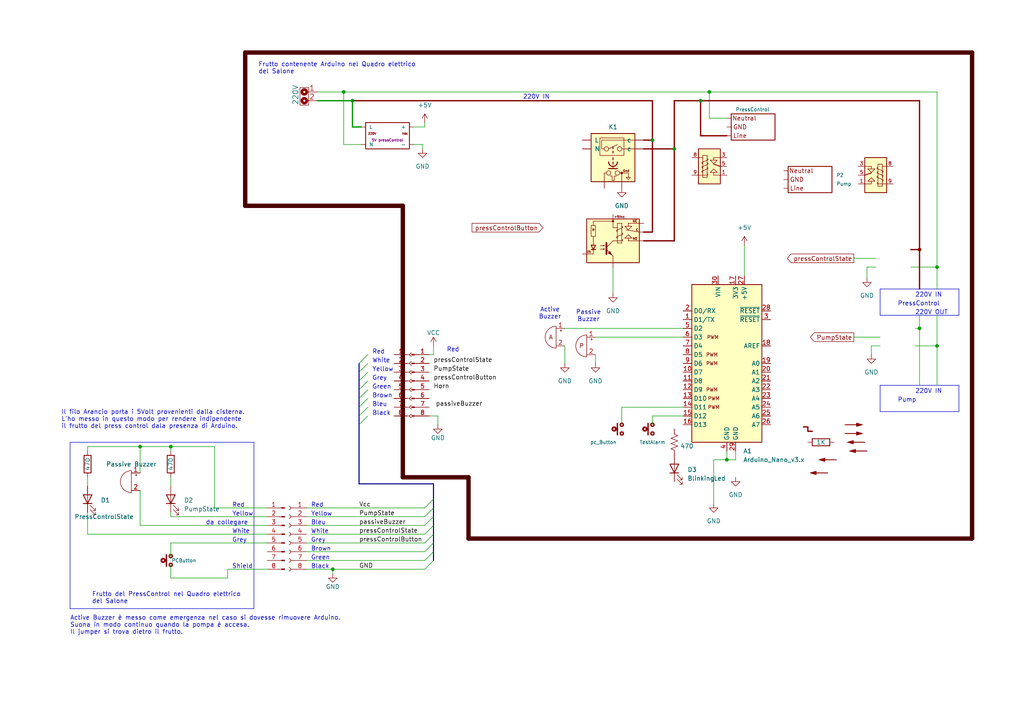
<source format=kicad_sch>
(kicad_sch (version 20231120) (generator "eeschema") (generator_version "8.0")
  (paper "A4")
  (title_block (title "Allarme per pompa cisterna") (date "2020-02-16") (rev "1.1") (comment 2 "Esaurito un determinato tempo Arduino provvede direttamente a spegnere la pompa") (comment 3 "Il tutto prosegue fino a che la pompa si spegne") (comment 4 "Quando la pompa si accende Arduino provvede ad emettere dei suoni "))
  (lib_symbols
    (symbol "Connector:Conn_01x08_Pin" (pin_names (offset 1.016) hide)
      (property "Reference" "J" (at 0 10.16 0))
      (property "Value" "Conn_01x08_Pin" (at 0 -12.7 0))
      (symbol "Conn_01x08_Pin_1_1"
        (polyline (pts (xy 1.27 -10.16) (xy 0.8636 -10.16)) (stroke (width 0.1524)))
        (polyline (pts (xy 1.27 -7.62) (xy 0.8636 -7.62)) (stroke (width 0.1524)))
        (polyline (pts (xy 1.27 -5.08) (xy 0.8636 -5.08)) (stroke (width 0.1524)))
        (polyline (pts (xy 1.27 -2.54) (xy 0.8636 -2.54)) (stroke (width 0.1524)))
        (polyline (pts (xy 1.27 0) (xy 0.8636 0)) (stroke (width 0.1524)))
        (polyline (pts (xy 1.27 2.54) (xy 0.8636 2.54)) (stroke (width 0.1524)))
        (polyline (pts (xy 1.27 5.08) (xy 0.8636 5.08)) (stroke (width 0.1524)))
        (polyline (pts (xy 1.27 7.62) (xy 0.8636 7.62)) (stroke (width 0.1524)))
        (rectangle (start 0.8636 -10.033) (end 0 -10.287) (stroke (width 0.1524)) (fill (type outline)))
        (rectangle (start 0.8636 -7.493) (end 0 -7.747) (stroke (width 0.1524)) (fill (type outline)))
        (rectangle (start 0.8636 -4.953) (end 0 -5.207) (stroke (width 0.1524)) (fill (type outline)))
        (rectangle (start 0.8636 -2.413) (end 0 -2.667) (stroke (width 0.1524)) (fill (type outline)))
        (rectangle (start 0.8636 0.127) (end 0 -0.127) (stroke (width 0.1524)) (fill (type outline)))
        (rectangle (start 0.8636 2.667) (end 0 2.413) (stroke (width 0.1524)) (fill (type outline)))
        (rectangle (start 0.8636 5.207) (end 0 4.953) (stroke (width 0.1524)) (fill (type outline)))
        (rectangle (start 0.8636 7.747) (end 0 7.493) (stroke (width 0.1524)) (fill (type outline)))
        (pin passive line (at 5.08 7.62 180) (length 3.81) (name "Pin_1") (number "1"))
        (pin passive line (at 5.08 5.08 180) (length 3.81) (name "Pin_2") (number "2"))
        (pin passive line (at 5.08 2.54 180) (length 3.81) (name "Pin_3") (number "3"))
        (pin passive line (at 5.08 0 180) (length 3.81) (name "Pin_4") (number "4"))
        (pin passive line (at 5.08 -2.54 180) (length 3.81) (name "Pin_5") (number "5"))
        (pin passive line (at 5.08 -5.08 180) (length 3.81) (name "Pin_6") (number "6"))
        (pin passive line (at 5.08 -7.62 180) (length 3.81) (name "Pin_7") (number "7"))
        (pin passive line (at 5.08 -10.16 180) (length 3.81) (name "Pin_8") (number "8"))
      )
    )
    (symbol "Connector:Conn_01x08_Socket" (pin_names (offset 1.016) hide)
      (property "Reference" "J" (at 0 10.16 0))
      (property "Value" "Conn_01x08_Socket" (at 0 -12.7 0))
      (symbol "Conn_01x08_Socket_1_1"
        (arc (start 0 -9.652) (mid -0.5058 -10.16) (end 0 -10.668) (stroke (width 0.1524)))
        (arc (start 0 -7.112) (mid -0.5058 -7.62) (end 0 -8.128) (stroke (width 0.1524)))
        (arc (start 0 -4.572) (mid -0.5058 -5.08) (end 0 -5.588) (stroke (width 0.1524)))
        (arc (start 0 -2.032) (mid -0.5058 -2.54) (end 0 -3.048) (stroke (width 0.1524)))
        (polyline (pts (xy -1.27 -10.16) (xy -0.508 -10.16)) (stroke (width 0.1524)))
        (polyline (pts (xy -1.27 -7.62) (xy -0.508 -7.62)) (stroke (width 0.1524)))
        (polyline (pts (xy -1.27 -5.08) (xy -0.508 -5.08)) (stroke (width 0.1524)))
        (polyline (pts (xy -1.27 -2.54) (xy -0.508 -2.54)) (stroke (width 0.1524)))
        (polyline (pts (xy -1.27 0) (xy -0.508 0)) (stroke (width 0.1524)))
        (polyline (pts (xy -1.27 2.54) (xy -0.508 2.54)) (stroke (width 0.1524)))
        (polyline (pts (xy -1.27 5.08) (xy -0.508 5.08)) (stroke (width 0.1524)))
        (polyline (pts (xy -1.27 7.62) (xy -0.508 7.62)) (stroke (width 0.1524)))
        (arc (start 0 0.508) (mid -0.5058 0) (end 0 -0.508) (stroke (width 0.1524)))
        (arc (start 0 3.048) (mid -0.5058 2.54) (end 0 2.032) (stroke (width 0.1524)))
        (arc (start 0 5.588) (mid -0.5058 5.08) (end 0 4.572) (stroke (width 0.1524)))
        (arc (start 0 8.128) (mid -0.5058 7.62) (end 0 7.112) (stroke (width 0.1524)))
        (pin passive line (at -5.08 7.62 0) (length 3.81) (name "Pin_1") (number "1"))
        (pin passive line (at -5.08 5.08 0) (length 3.81) (name "Pin_2") (number "2"))
        (pin passive line (at -5.08 2.54 0) (length 3.81) (name "Pin_3") (number "3"))
        (pin passive line (at -5.08 0 0) (length 3.81) (name "Pin_4") (number "4"))
        (pin passive line (at -5.08 -2.54 0) (length 3.81) (name "Pin_5") (number "5"))
        (pin passive line (at -5.08 -5.08 0) (length 3.81) (name "Pin_6") (number "6"))
        (pin passive line (at -5.08 -7.62 0) (length 3.81) (name "Pin_7") (number "7"))
        (pin passive line (at -5.08 -10.16 0) (length 3.81) (name "Pin_8") (number "8"))
      )
    )
    (symbol "Device:Buzzer" (pin_names (offset 0.0254) hide)
      (property "Reference" "BZ" (at 3.81 1.27 0))
      (property "Value" "Buzzer" (at 3.81 -1.27 0))
      (symbol "Buzzer_0_1"
        (arc (start 0 -3.175) (mid 3.1612 0) (end 0 3.175))
        (polyline (pts (xy -1.651 1.905) (xy -1.143 1.905)))
        (polyline (pts (xy -1.397 2.159) (xy -1.397 1.651)))
        (polyline (pts (xy 0 3.175) (xy 0 -3.175)))
      )
      (symbol "Buzzer_1_1"
        (pin passive line (at -2.54 2.54 0) (length 2.54) (name "-") (number "1"))
        (pin passive line (at -2.54 -2.54 0) (length 2.54) (name "+") (number "2"))
      )
    )
    (symbol "Device:LED" (pin_numbers hide) (pin_names (offset 1.016) hide)
      (property "Reference" "D" (at 0 2.54 0))
      (property "Value" "LED" (at 0 -2.54 0))
      (symbol "LED_0_1"
        (polyline (pts (xy -1.27 -1.27) (xy -1.27 1.27)) (stroke (width 0.254)))
        (polyline (pts (xy -1.27 0) (xy 1.27 0)))
        (polyline (pts (xy 1.27 -1.27) (xy 1.27 1.27) (xy -1.27 0) (xy 1.27 -1.27)) (stroke (width 0.254)))
        (polyline (pts (xy -3.048 -0.762) (xy -4.572 -2.286) (xy -3.81 -2.286) (xy -4.572 -2.286) (xy -4.572 -1.524)))
        (polyline (pts (xy -1.778 -0.762) (xy -3.302 -2.286) (xy -2.54 -2.286) (xy -3.302 -2.286) (xy -3.302 -1.524)))
      )
      (symbol "LED_1_1"
        (pin passive line (at -3.81 0 0) (length 2.54) (name "K") (number "1"))
        (pin passive line (at 3.81 0 180) (length 2.54) (name "A") (number "2"))
      )
    )
    (symbol "Device:R" (pin_numbers hide) (pin_names (offset 0))
      (property "Reference" "R" (at 2.032 0 90))
      (property "Value" "R" (at 0 0 90))
      (symbol "R_0_1"
        (rectangle (start -1.016 -2.54) (end 1.016 2.54) (stroke (width 0.254)))
      )
      (symbol "R_1_1"
        (pin passive line (at 0 3.81 270) (length 1.27) (name "~") (number "1"))
        (pin passive line (at 0 -3.81 90) (length 1.27) (name "~") (number "2"))
      )
    )
    (symbol "Device:R_US" (pin_numbers hide) (pin_names (offset 0))
      (property "Reference" "R" (at 2.54 0 90))
      (property "Value" "R_US" (at -2.54 0 90))
      (symbol "R_US_0_1"
        (polyline (pts (xy 0 -2.286) (xy 0 -2.54)))
        (polyline (pts (xy 0 2.286) (xy 0 2.54)))
        (polyline (pts (xy 0 -0.762) (xy 1.016 -1.143) (xy 0 -1.524) (xy -1.016 -1.905) (xy 0 -2.286)))
        (polyline (pts (xy 0 0.762) (xy 1.016 0.381) (xy 0 0) (xy -1.016 -0.381) (xy 0 -0.762)))
        (polyline (pts (xy 0 2.286) (xy 1.016 1.905) (xy 0 1.524) (xy -1.016 1.143) (xy 0 0.762)))
      )
      (symbol "R_US_1_1"
        (pin passive line (at 0 3.81 270) (length 1.27) (name "~") (number "1"))
        (pin passive line (at 0 -3.81 90) (length 1.27) (name "~") (number "2"))
      )
    )
    (symbol "Graphic:SYM_Arrow_Normal" (pin_names (offset 1.016))
      (symbol "SYM_Arrow_Normal_0_1"
        (polyline (pts (xy 1.524 0) (xy -2.54 0)) (stroke (width 0.254)))
        (polyline (pts (xy 2.54 0) (xy 0.762 -0.508) (xy 0.762 0.508) (xy 2.54 0)) (fill (type outline)))
      )
    )
    (symbol "LnConnectors:CONN_02" (pin_names (offset 0.762) hide)
      (property "Reference" "J" (at 0 8.89 0))
      (property "Value" "CONN_02" (at 0 5.08 0))
      (symbol "CONN_02_0_1"
        (rectangle (start -1.27 7.62) (end 1.27 2.54))
        (circle (center 0 3.81) (radius 0.6858) (stroke (width 0.762)))
        (circle (center 0 6.35) (radius 0.6858) (stroke (width 0.762)) (fill (type background)))
      )
      (symbol "CONN_02_1_1"
        (pin passive line (at 3.81 6.35 180) (length 3.175) (name "1") (number "1"))
        (pin passive line (at 3.81 3.81 180) (length 3.175) (name "2") (number "2"))
      )
    )
    (symbol "LnDevice:Alimentatore" (pin_names (offset 1.016))
      (property "Reference" "Al" (at 0 1.905 0))
      (property "Value" "Alimentatore" (at 0 -2.54 0))
      (symbol "Alimentatore_0_0"
        (text "Vdc" (at 5.08 0.635 0) (effects (font (size 0.635 0.635))))
      )
      (symbol "Alimentatore_0_1"
        (rectangle (start -6.35 3.81) (end 6.35 -3.81) (stroke (width 0.254)))
        (pin power_out line (at 7.62 2.54 180) (length 1.27) (name "+") (number "~"))
        (pin power_out line (at 7.62 -2.54 180) (length 1.27) (name "-") (number "~"))
        (pin power_in line (at -7.62 2.54 0) (length 1.27) (name "L") (number "~"))
        (pin power_in line (at -7.62 -2.54 0) (length 1.27) (name "N") (number "~"))
      )
      (symbol "Alimentatore_1_0"
        (text "220V" (at -4.445 0.635 0) (effects (font (size 0.635 0.635))))
      )
    )
    (symbol "LnDevice:Edge" (pin_numbers hide) (pin_names (offset 0))
      (symbol "Edge_0_1"
        (polyline (pts (xy -1.27 1.905) (xy 0 1.905) (xy 0 0.635) (xy 1.27 0.635)) (stroke (width 0.381)))
      )
    )
    (symbol "LnDevice:PulsanteNO" (pin_numbers hide) (pin_names (offset 1.016) hide)
      (property "Reference" "SW" (at 3.81 2.794 0))
      (property "Value" "PulsanteNO" (at 0 -2.032 0))
      (symbol "PulsanteNO_0_1"
        (circle (center -1.27 0) (radius 0.4572) (stroke (width 0.381)))
        (polyline (pts (xy -1.651 1.27) (xy 1.651 1.27)) (stroke (width 0.381)))
        (polyline (pts (xy 0 1.651) (xy 0 1.27)) (stroke (width 0.508)))
        (circle (center 0.0254 2.2098) (radius 0.508) (stroke (width 0.508)))
        (circle (center 1.27 0) (radius 0.4572) (stroke (width 0.381)))
        (pin passive line (at -1.27 0 0) (length 0.0254) (name "1") (number "1"))
        (pin passive line (at 1.27 0 180) (length 0.0254) (name "2") (number "2"))
      )
    )
    (symbol "LnDevice:RELAY_1RT" (pin_names (offset 1.016) hide)
      (property "Reference" "K" (at -1.27 5.08 0))
      (property "Value" "RELAY_1RT" (at 0 -5.08 0))
      (symbol "RELAY_1RT_0_1"
        (rectangle (start -3.175 6.35) (end 3.175 -3.81) (stroke (width 0.254)) (fill (type background)))
        (polyline (pts (xy -3.175 -1.27) (xy -1.905 -1.27)))
        (polyline (pts (xy -3.175 3.81) (xy -1.905 3.81)))
        (polyline (pts (xy -1.905 4.445) (xy -1.905 -1.905)))
        (polyline (pts (xy -1.905 4.445) (xy -0.635 4.445)))
        (polyline (pts (xy -0.635 -1.905) (xy -1.905 -1.905)))
        (polyline (pts (xy -0.635 4.445) (xy -0.635 -1.905)))
        (polyline (pts (xy 0.254 -0.4826) (xy 2.2606 -0.4826)))
        (polyline (pts (xy 0.254 3.0734) (xy 2.2606 3.0734)))
        (polyline (pts (xy 1.27 -1.27) (xy 1.27 -0.762)))
        (polyline (pts (xy 1.27 -0.762) (xy 1.27 -0.4826)))
        (polyline (pts (xy 1.27 0.508) (xy 0.254 -0.4826)))
        (polyline (pts (xy 1.27 1.905) (xy 3.175 1.27)) (stroke (width 0.254)))
        (polyline (pts (xy 1.27 2.032) (xy 0.254 3.0734)))
        (polyline (pts (xy 1.27 3.81) (xy 1.27 3.175)))
        (polyline (pts (xy 1.27 3.81) (xy 3.175 3.81)))
        (polyline (pts (xy 2.2606 -0.4826) (xy 1.27 0.508)))
        (polyline (pts (xy 2.2606 3.0734) (xy 1.27 2.032)))
        (polyline (pts (xy 3.175 -1.27) (xy 1.27 -1.27)))
        (polyline (pts (xy -1.905 -1.27) (xy -0.635 -1.27) (xy -0.381 -1.143) (xy -0.381 -1.016) (xy -0.635 -0.889)))
        (polyline (pts (xy -1.905 -0.508) (xy -2.159 -0.381) (xy -2.159 -0.127) (xy -0.381 0.635) (xy -0.381 0.889) (xy -0.635 1.016)))
        (polyline (pts (xy -1.905 0.762) (xy -2.159 0.889) (xy -2.159 1.143) (xy -0.381 1.905) (xy -0.381 2.159) (xy -0.635 2.286)))
        (polyline (pts (xy -1.905 2.032) (xy -2.159 2.159) (xy -2.159 2.413) (xy -0.381 3.175) (xy -0.381 3.429) (xy -0.635 3.556)))
      )
      (symbol "RELAY_1RT_1_1"
        (pin passive line (at 5.08 -1.27 180) (length 1.905) (name "T1") (number "1"))
        (pin passive line (at 5.08 3.81 180) (length 1.905) (name "R1") (number "3"))
        (pin passive line (at 5.08 1.27 180) (length 1.905) (name "C1") (number "5"))
        (pin input line (at -5.08 3.81 0) (length 1.905) (name "8") (number "8"))
        (pin input line (at -5.08 -1.27 0) (length 1.905) (name "9") (number "9"))
      )
    )
    (symbol "lnDevice:Buzzer Active" (pin_names (offset 0.0254) hide)
      (property "Reference" "BZ" (at 3.81 1.27 0))
      (property "Value" "Buzzer Active" (at 3.81 -1.27 0))
      (symbol "Buzzer Active_0_1"
        (arc (start 0 -3.175) (mid 3.1612 0) (end 0 3.175))
        (polyline (pts (xy -1.651 1.905) (xy -1.143 1.905)))
        (polyline (pts (xy -1.397 2.159) (xy -1.397 1.651)))
        (polyline (pts (xy 0 3.175) (xy 0 -3.175)))
      )
      (symbol "Buzzer Active_1_1"
        (text "A" (at 1.524 0 0) (effects (font (size 1.27 1.27))))
        (pin passive line (at -2.54 2.54 0) (length 2.54) (name "-") (number "1"))
        (pin passive line (at -2.54 -2.54 0) (length 2.54) (name "+") (number "2"))
      )
    )
    (symbol "lnDevice:Buzzer Passive" (pin_names (offset 0.0254) hide)
      (property "Reference" "BZ" (at 3.81 1.27 0))
      (property "Value" "Buzzer" (at 3.81 -1.27 0))
      (symbol "Buzzer Passive_0_1"
        (arc (start 0 -3.175) (mid 3.1612 0) (end 0 3.175))
        (polyline (pts (xy -1.651 1.905) (xy -1.143 1.905)))
        (polyline (pts (xy -1.397 2.159) (xy -1.397 1.651)))
        (polyline (pts (xy 0 3.175) (xy 0 -3.175)))
      )
      (symbol "Buzzer Passive_1_1"
        (text "P" (at 1.524 0 0) (effects (font (size 1.27 1.27))))
        (pin passive line (at -2.54 2.54 0) (length 2.54) (name "-") (number "1"))
        (pin passive line (at -2.54 -2.54 0) (length 2.54) (name "+") (number "2"))
      )
    )
    (symbol "lnDevice:Pump" (pin_names (offset 1.016) hide)
      (property "Reference" "P" (at 10.16 3.81 90))
      (property "Value" "Pump" (at 11.43 2.54 90))
      (symbol "Pump_0_0"
        (text "GND" (at 3.81 2.54 0) (effects (font (size 1.27 1.27))))
        (text "Line" (at 3.81 0 0) (effects (font (size 1.27 1.27))))
        (text "Neutral" (at 5.08 5.08 0) (effects (font (size 1.27 1.27))))
      )
      (symbol "Pump_0_1"
        (rectangle (start 13.97 -1.27) (end 1.27 6.35) (stroke (width 0.254)))
        (pin input line (at 0 0 0) (length 1.27) (name "1") (number "~"))
      )
      (symbol "Pump_1_1"
        (pin input line (at 0 5.08 0) (length 1.27) (name "2") (number "~"))
        (pin input line (at 0 2.54 0) (length 1.27) (name "GND") (number "~"))
      )
    )
    (symbol "lnDevice:Relay_5V_LL" (pin_names (offset 1.016))
      (property "Reference" "RL" (at 10.16 -5.08 0))
      (property "Value" "Relay_5V_LL" (at 7.62 -7.62 0))
      (symbol "Relay_5V_LL_0_0"
        (polyline (pts (xy -5.715 1.27) (xy -5.715 -1.27)))
        (polyline (pts (xy -5.715 -2.54) (xy -5.715 -3.81) (xy -7.62 -3.81)))
        (polyline (pts (xy 0 5.715) (xy -5.715 5.715) (xy -5.715 4.445)))
        (polyline (pts (xy -6.35 4.445) (xy -5.08 4.445) (xy -5.08 1.27) (xy -6.35 1.27) (xy -6.35 4.445)))
        (text "R" (at -5.715 3.175 0) (effects (font (size 0.635 0.635))))
      )
      (symbol "Relay_5V_LL_1_0"
        (text "+5Vcc" (at 1.905 6.985 0) (effects (font (size 0.635 0.635))))
        (text "C" (at 6.985 3.175 0) (effects (font (size 0.635 0.635))))
        (text "IN" (at -6.985 -3.175 0) (effects (font (size 0.635 0.635))))
        (text "NC" (at 6.35 5.715 0) (effects (font (size 0.635 0.635))))
        (text "NO" (at 6.35 0.635 0) (effects (font (size 0.635 0.635))))
      )
      (symbol "Relay_5V_LL_1_1"
        (rectangle (start -7.62 6.35) (end 7.62 -6.35) (stroke (width 0.254)) (fill (type background)))
        (polyline (pts (xy -6.35 -2.54) (xy -5.08 -2.54)) (stroke (width 0.254)))
        (polyline (pts (xy -1.905 -1.905) (xy 0 0)))
        (polyline (pts (xy 0 -4.445) (xy -1.905 -2.54)) (fill (type outline)))
        (polyline (pts (xy 0 -4.445) (xy 0 -6.35)))
        (polyline (pts (xy 0 0) (xy 1.27 0)))
        (polyline (pts (xy 0 3.81) (xy 1.27 3.81)))
        (polyline (pts (xy 0 6.35) (xy 0 3.81)))
        (polyline (pts (xy 1.27 5.08) (xy 1.27 -0.635)))
        (polyline (pts (xy 1.27 5.08) (xy 2.54 5.08)))
        (polyline (pts (xy 2.54 -0.635) (xy 1.27 -0.635)))
        (polyline (pts (xy 2.54 5.08) (xy 2.54 -0.635)))
        (polyline (pts (xy 3.429 0.7874) (xy 5.4356 0.7874)))
        (polyline (pts (xy 3.429 4.2164) (xy 5.4356 4.2164)))
        (polyline (pts (xy 3.81 3.175) (xy 7.62 2.54)))
        (polyline (pts (xy 4.445 0) (xy 4.445 0.508)))
        (polyline (pts (xy 4.445 0.508) (xy 4.445 0.7874)))
        (polyline (pts (xy 4.445 1.778) (xy 3.429 0.7874)))
        (polyline (pts (xy 4.445 3.175) (xy 3.429 4.2164)))
        (polyline (pts (xy 4.445 5.08) (xy 4.445 4.2164)))
        (polyline (pts (xy 4.445 5.08) (xy 7.62 5.08)))
        (polyline (pts (xy 5.4356 0.7874) (xy 4.445 1.778)))
        (polyline (pts (xy 5.4356 4.2164) (xy 4.445 3.175)))
        (polyline (pts (xy 7.62 0) (xy 4.445 0)))
        (polyline (pts (xy -1.905 -0.635) (xy -1.905 -3.81) (xy -1.905 -3.81)) (stroke (width 0.508)))
        (polyline (pts (xy -5.715 -2.54) (xy -6.35 -1.27) (xy -5.08 -1.27) (xy -5.715 -2.54)) (stroke (width 0.254)))
        (polyline (pts (xy -3.683 -2.413) (xy -2.413 -2.413) (xy -2.794 -2.54) (xy -2.794 -2.286) (xy -2.413 -2.413)))
        (polyline (pts (xy -3.683 -1.397) (xy -2.413 -1.397) (xy -2.794 -1.524) (xy -2.794 -1.27) (xy -2.413 -1.397)))
        (polyline (pts (xy -1.397 -3.556) (xy -0.889 -3.048) (xy -0.381 -4.064) (xy -1.397 -3.556) (xy -1.397 -3.556)) (fill (type outline)))
        (polyline (pts (xy 1.27 0) (xy 2.54 0) (xy 2.794 0.127) (xy 2.794 0.254) (xy 2.54 0.381)))
        (polyline (pts (xy 1.27 0.762) (xy 1.016 0.889) (xy 1.016 1.143) (xy 2.794 1.905) (xy 2.794 2.159) (xy 2.54 2.286)))
        (polyline (pts (xy 1.27 2.667) (xy 1.016 2.794) (xy 1.016 3.048) (xy 2.794 3.81) (xy 2.794 4.064) (xy 2.54 4.191)))
        (circle (center 0 5.715) (radius 0.254) (fill (type outline)))
        (pin input line (at -8.89 -3.81 0) (length 1.27) (name "~") (number "~"))
        (pin power_in line (at 0 -7.62 90) (length 1.27) (name "~") (number "~"))
        (pin power_in line (at 0 7.62 270) (length 1.27) (name "~") (number "~"))
        (pin passive line (at 8.89 0 180) (length 1.27) (name "~") (number "~"))
        (pin passive line (at 8.89 2.54 180) (length 1.27) (name "~") (number "~"))
        (pin passive line (at 8.89 5.08 180) (length 1.27) (name "~") (number "~"))
      )
    )
    (symbol "lnDevice:sOnOff_ClearContacts" (pin_names (offset 1.016))
      (property "Reference" "K" (at 3.175 -0.635 0))
      (property "Value" "sOnOff_ClearContacts" (at -5.08 10.16 0))
      (symbol "sOnOff_ClearContacts_0_0"
        (circle (center -1.27 -4.445) (radius 0.635))
        (polyline (pts (xy -1.905 -4.445) (xy -2.54 -4.445) (xy -2.54 -6.985)))
        (polyline (pts (xy 1.905 -4.445) (xy 2.54 -4.445) (xy 2.54 -6.985)))
        (polyline (pts (xy -3.81 5.715) (xy -3.81 0.635) (xy 3.175 0.635) (xy 3.175 5.715) (xy -3.81 5.715)))
        (circle (center 1.27 -4.445) (radius 0.635))
        (text "Gnd" (at 3.81 -3.81 0) (effects (font (size 0.635 0.635))))
      )
      (symbol "sOnOff_ClearContacts_0_1"
        (rectangle (start -6.35 6.985) (end 6.35 -6.985) (stroke (width 0.254)) (fill (type background)))
        (circle (center -1.905 2.54) (radius 0.635))
        (arc (start -1.27 -1.27) (mid 0 -2.5345) (end 1.27 -1.27) (stroke (width 0.3048)))
        (polyline (pts (xy -1.27 2.54) (xy 1.27 3.81)))
        (polyline (pts (xy 0 -2.54) (xy 0 -3.175)))
        (polyline (pts (xy 0 -1.27) (xy 0 -1.905)) (stroke (width 0.254)))
        (polyline (pts (xy 0 0) (xy 0 -0.635)) (stroke (width 0.254)))
        (polyline (pts (xy 0 1.905) (xy 0 1.27)) (stroke (width 0.254)))
        (polyline (pts (xy 0 3.175) (xy 0 2.54)) (stroke (width 0.254)))
        (polyline (pts (xy 1.27 -3.175) (xy -1.27 -3.175)) (stroke (width 0.3048)))
        (polyline (pts (xy 2.54 2.54) (xy 6.35 2.54)))
        (polyline (pts (xy 2.54 -4.445) (xy 4.445 -4.445) (xy 4.445 -5.715)))
        (polyline (pts (xy -2.54 2.54) (xy -3.302 2.54) (xy -3.302 5.08) (xy 6.35 5.08)))
        (polyline (pts (xy 3.81 -5.715) (xy 5.08 -5.715) (xy 4.445 -6.35) (xy 3.81 -5.715)))
        (polyline (pts (xy -0.889 -5.334) (xy -0.254 -5.334) (xy -0.254 -6.604) (xy 0.381 -6.604) (xy 0.381 -5.334) (xy 1.016 -5.334)))
        (circle (center 1.905 2.54) (radius 0.635))
        (circle (center 2.54 -4.445) (radius 0.2794) (fill (type outline)))
      )
      (symbol "sOnOff_ClearContacts_1_1"
        (pin power_in line (at -8.89 5.08 0) (length 2.54) (name "L") (number ""))
        (pin power_in line (at -8.89 2.54 0) (length 2.54) (name "N") (number ""))
        (pin bidirectional line (at 8.89 2.54 180) (length 2.54) (name "c") (number ""))
        (pin bidirectional line (at 8.89 5.08 180) (length 2.54) (name "c") (number ""))
        (pin passive line (at -2.54 -8.89 90) (length 1.905) (name "~") (number "~"))
        (pin passive line (at 2.54 -8.89 90) (length 1.905) (name "~") (number "~"))
      )
    )
    (symbol "lnMicroController:Arduino_Nano_v3.x"
      (property "Reference" "A" (at -10.16 23.495 0))
      (property "Value" "Arduino_Nano_v3.x" (at 5.08 -24.13 0))
      (symbol "Arduino_Nano_v3.x_0_1"
        (rectangle (start -10.16 22.86) (end 10.16 -22.86) (stroke (width 0.254)) (fill (type background)))
      )
      (symbol "Arduino_Nano_v3.x_1_1"
        (text "PWM" (at -4.318 -7.62 0) (effects (font (size 1.016 1.016))))
        (text "PWM" (at -4.318 0 0) (effects (font (size 1.016 1.016))))
        (text "PWM" (at -4.318 2.54 0) (effects (font (size 1.016 1.016))))
        (text "PWM" (at -4.064 7.62 0) (effects (font (size 1.016 1.016))))
        (text "PWM" (at -3.81 -12.7 0) (effects (font (size 1.016 1.016))))
        (text "PWM" (at -3.81 -10.16 0) (effects (font (size 1.016 1.016))))
        (pin bidirectional line (at -12.7 12.7 0) (length 2.54) (name "D1/TX") (number "1"))
        (pin bidirectional line (at -12.7 -2.54 0) (length 2.54) (name "D7") (number "10"))
        (pin bidirectional line (at -12.7 -5.08 0) (length 2.54) (name "D8") (number "11"))
        (pin bidirectional line (at -12.7 -7.62 0) (length 2.54) (name "D9") (number "12"))
        (pin bidirectional line (at -12.7 -10.16 0) (length 2.54) (name "D10") (number "13"))
        (pin bidirectional line (at -12.7 -12.7 0) (length 2.54) (name "D11") (number "14"))
        (pin bidirectional line (at -12.7 -15.24 0) (length 2.54) (name "D12") (number "15"))
        (pin bidirectional line (at -12.7 -17.78 0) (length 2.54) (name "D13") (number "16"))
        (pin power_out line (at 2.54 25.4 270) (length 2.54) (name "3V3") (number "17"))
        (pin input line (at 12.7 5.08 180) (length 2.54) (name "AREF") (number "18"))
        (pin bidirectional line (at 12.7 0 180) (length 2.54) (name "A0") (number "19"))
        (pin bidirectional line (at -12.7 15.24 0) (length 2.54) (name "D0/RX") (number "2"))
        (pin bidirectional line (at 12.7 -2.54 180) (length 2.54) (name "A1") (number "20"))
        (pin bidirectional line (at 12.7 -5.08 180) (length 2.54) (name "A2") (number "21"))
        (pin bidirectional line (at 12.7 -7.62 180) (length 2.54) (name "A3") (number "22"))
        (pin bidirectional line (at 12.7 -10.16 180) (length 2.54) (name "A4") (number "23"))
        (pin bidirectional line (at 12.7 -12.7 180) (length 2.54) (name "A5") (number "24"))
        (pin bidirectional line (at 12.7 -15.24 180) (length 2.54) (name "A6") (number "25"))
        (pin bidirectional line (at 12.7 -17.78 180) (length 2.54) (name "A7") (number "26"))
        (pin power_out line (at 5.08 25.4 270) (length 2.54) (name "+5V") (number "27"))
        (pin input line (at 12.7 15.24 180) (length 2.54) (name "~{RESET}") (number "28"))
        (pin power_in line (at 2.54 -25.4 90) (length 2.54) (name "GND") (number "29"))
        (pin input line (at 12.7 12.7 180) (length 2.54) (name "~{RESET}") (number "3"))
        (pin power_in line (at -2.54 25.4 270) (length 2.54) (name "VIN") (number "30"))
        (pin power_in line (at 0 -25.4 90) (length 2.54) (name "GND") (number "4"))
        (pin bidirectional line (at -12.7 10.16 0) (length 2.54) (name "D2") (number "5"))
        (pin bidirectional line (at -12.7 7.62 0) (length 2.54) (name "D3") (number "6"))
        (pin bidirectional line (at -12.7 5.08 0) (length 2.54) (name "D4") (number "7"))
        (pin bidirectional line (at -12.7 2.54 0) (length 2.54) (name "D5") (number "8"))
        (pin bidirectional line (at -12.7 0 0) (length 2.54) (name "D6") (number "9"))
      )
    )
    (symbol "power:+5V" (power) (pin_names (offset 0))
      (property "Value" "+5V" (at 0 3.556 0))
      (symbol "+5V_0_1"
        (polyline (pts (xy -0.762 1.27) (xy 0 2.54)))
        (polyline (pts (xy 0 0) (xy 0 2.54)))
        (polyline (pts (xy 0 2.54) (xy 0.762 1.27)))
      )
      (symbol "+5V_1_1"
        (pin power_in line (at 0 0 90) (length 0) hide (name "+5V") (number "1"))
      )
    )
    (symbol "power:GND" (power) (pin_names (offset 0))
      (property "Value" "GND" (at 0 -3.81 0))
      (symbol "GND_0_1"
        (polyline (pts (xy 0 0) (xy 0 -1.27) (xy 1.27 -1.27) (xy 0 -2.54) (xy -1.27 -1.27) (xy 0 -1.27)))
      )
      (symbol "GND_1_1"
        (pin power_in line (at 0 0 270) (length 0) hide (name "GND") (number "1"))
      )
    )
    (symbol "power:VCC" (power) (pin_names (offset 0))
      (property "Value" "VCC" (at 0 3.81 0))
      (symbol "VCC_0_1"
        (polyline (pts (xy -0.762 1.27) (xy 0 2.54)))
        (polyline (pts (xy 0 0) (xy 0 2.54)))
        (polyline (pts (xy 0 2.54) (xy 0.762 1.27)))
      )
      (symbol "VCC_1_1"
        (pin power_in line (at 0 0 90) (length 0) hide (name "VCC") (number "1"))
      )
    )
  )
  (junction (at 102.235 29.21))
  (junction (at 203.2 29.21))
  (junction (at 210.82 133.35))
  (junction (at 96.52 165.1))
  (junction (at 40.64 129.54))
  (junction (at 266.7 72.39) (color 132 0 0 1))
  (junction (at 195.58 43.18))
  (junction (at 99.695 26.67))
  (junction (at 266.7 95.25))
  (junction (at 271.78 100.33))
  (junction (at 189.23 40.64))
  (junction (at 271.78 77.47))
  (junction (at 205.74 26.67))
  (junction (at 49.53 129.54))
  (bus_entry (at 106.68 105.41) (size -2.54 2.54))
  (bus_entry (at 125.73 157.48) (size -2.54 2.54))
  (bus_entry (at 125.73 160.02) (size -2.54 2.54))
  (bus_entry (at 106.68 118.11) (size -2.54 2.54))
  (bus_entry (at 125.73 154.94) (size -2.54 2.54))
  (bus_entry (at 106.68 102.87) (size -2.54 2.54))
  (bus_entry (at 125.73 149.86) (size -2.54 2.54))
  (bus_entry (at 125.73 162.56) (size -2.54 2.54))
  (bus_entry (at 106.68 115.57) (size -2.54 2.54))
  (bus_entry (at 106.68 107.95) (size -2.54 2.54))
  (bus_entry (at 125.73 147.32) (size -2.54 2.54))
  (bus_entry (at 125.73 152.4) (size -2.54 2.54))
  (bus_entry (at 125.73 144.78) (size -2.54 2.54))
  (bus_entry (at 106.68 110.49) (size -2.54 2.54))
  (bus_entry (at 106.68 120.65) (size -2.54 2.54))
  (bus_entry (at 106.68 113.03) (size -2.54 2.54))
  (wire (pts (xy 88.9 147.32) (xy 123.19 147.32)))
  (bus (pts (xy 104.14 110.49) (xy 104.14 113.03)))
  (polyline (pts (xy 255.27 91.44) (xy 278.13 91.44)))
  (wire (pts (xy 25.4 129.54) (xy 25.4 130.81)))
  (wire (pts (xy 49.53 129.54) (xy 62.23 129.54)))
  (bus (pts (xy 125.73 157.48) (xy 125.73 160.02)))
  (wire (pts (xy 49.53 157.48) (xy 49.53 161.29)))
  (wire (pts (xy 116.84 138.43) (xy 116.84 59.69)) (stroke (width 1.27) (color 72 0 0 1)))
  (wire (pts (xy 266.7 29.21) (xy 266.7 72.39)) (stroke (width 0.381) (color 132 0 0 1)))
  (bus (pts (xy 104.14 107.95) (xy 104.14 110.49)))
  (wire (pts (xy 62.23 129.54) (xy 62.23 147.32)))
  (wire (pts (xy 172.72 97.79) (xy 198.12 97.79)))
  (wire (pts (xy 90.17 154.94) (xy 123.19 154.94)))
  (wire (pts (xy 198.12 120.65) (xy 189.23 120.65)))
  (wire (pts (xy 96.52 165.1) (xy 123.19 165.1)))
  (wire (pts (xy 88.9 152.4) (xy 123.19 152.4)))
  (wire (pts (xy 49.53 148.59) (xy 49.53 149.86)))
  (wire (pts (xy 265.43 95.25) (xy 266.7 95.25)))
  (wire (pts (xy 189.23 67.31) (xy 189.23 40.64)) (stroke (width 0.381) (color 132 0 0 1)))
  (bus (pts (xy 125.73 154.94) (xy 125.73 157.48)))
  (wire (pts (xy 205.74 34.29) (xy 205.74 26.67)))
  (wire (pts (xy 265.43 100.33) (xy 271.78 100.33)))
  (wire (pts (xy 203.2 29.21) (xy 203.2 39.37)) (stroke (width 0.381) (color 132 0 0 1)))
  (bus (pts (xy 104.14 113.03) (xy 104.14 115.57)))
  (wire (pts (xy 186.69 67.31) (xy 189.23 67.31)) (stroke (width 0.381) (color 132 0 0 1)))
  (wire (pts (xy 210.82 133.35) (xy 213.36 133.35)))
  (wire (pts (xy 281.94 156.21) (xy 281.94 15.24)) (stroke (width 1.27) (color 72 0 0 1)))
  (polyline (pts (xy 255.27 111.76) (xy 255.27 119.38)))
  (wire (pts (xy 40.64 152.4) (xy 77.47 152.4)))
  (wire (pts (xy 25.4 129.54) (xy 40.64 129.54)))
  (wire (pts (xy 189.23 40.64) (xy 189.23 29.21)) (stroke (width 0.381) (color 132 0 0 1)))
  (polyline (pts (xy 278.13 111.76) (xy 255.27 111.76)))
  (wire (pts (xy 49.53 157.48) (xy 77.47 157.48)))
  (wire (pts (xy 255.27 100.33) (xy 252.73 100.33)))
  (wire (pts (xy 203.2 39.37) (xy 210.82 39.37)) (stroke (width 0.381) (color 132 0 0 1)))
  (polyline (pts (xy 278.13 91.44) (xy 278.13 83.82)))
  (wire (pts (xy 88.9 160.02) (xy 123.19 160.02)))
  (wire (pts (xy 71.12 15.24) (xy 71.12 59.69)) (stroke (width 1.27) (color 72 0 0 1)))
  (wire (pts (xy 252.73 100.33) (xy 252.73 102.87)))
  (wire (pts (xy 102.235 29.21) (xy 92.075 29.21)) (stroke (width 0.381)))
  (wire (pts (xy 251.46 77.47) (xy 251.46 80.645)))
  (polyline (pts (xy 73.66 128.27) (xy 73.66 176.53)))
  (wire (pts (xy 40.64 137.16) (xy 40.64 129.54)))
  (wire (pts (xy 271.78 26.67) (xy 271.78 77.47)))
  (wire (pts (xy 66.04 165.1) (xy 77.47 165.1)))
  (wire (pts (xy 177.8 85.09) (xy 177.8 77.47)))
  (bus (pts (xy 125.73 149.86) (xy 125.73 152.4)))
  (wire (pts (xy 163.83 105.41) (xy 163.83 100.33)))
  (wire (pts (xy 104.775 41.91) (xy 99.695 41.91)))
  (wire (pts (xy 266.7 95.25) (xy 266.7 111.76)))
  (wire (pts (xy 124.46 120.65) (xy 127 120.65)))
  (wire (pts (xy 172.72 105.41) (xy 172.72 102.87)))
  (wire (pts (xy 203.2 29.21) (xy 266.7 29.21)) (stroke (width 0.381) (color 132 0 0 1)))
  (wire (pts (xy 186.69 40.64) (xy 189.23 40.64)) (stroke (width 0.381) (color 132 0 0 1)))
  (wire (pts (xy 25.4 154.94) (xy 77.47 154.94)))
  (wire (pts (xy 247.65 97.79) (xy 255.27 97.79)))
  (wire (pts (xy 123.19 36.83) (xy 123.19 35.56)))
  (bus (pts (xy 104.14 120.65) (xy 104.14 123.19)))
  (polyline (pts (xy 73.66 176.53) (xy 20.32 176.53)))
  (bus (pts (xy 125.73 147.32) (xy 125.73 149.86)))
  (wire (pts (xy 88.9 162.56) (xy 123.19 162.56)))
  (wire (pts (xy 25.4 148.59) (xy 25.4 154.94)))
  (wire (pts (xy 49.53 167.64) (xy 49.53 163.83)))
  (wire (pts (xy 99.695 26.67) (xy 205.74 26.67)))
  (wire (pts (xy 247.65 74.93) (xy 254 74.93)))
  (wire (pts (xy 195.58 29.21) (xy 203.2 29.21)) (stroke (width 0.381) (color 132 0 0 1)))
  (wire (pts (xy 281.94 156.21) (xy 135.89 156.21)) (stroke (width 1.27) (color 72 0 0 1)))
  (wire (pts (xy 180.34 118.11) (xy 180.34 123.19)))
  (wire (pts (xy 25.4 138.43) (xy 25.4 140.97)))
  (polyline (pts (xy 20.32 176.53) (xy 20.32 128.27)))
  (bus (pts (xy 125.73 144.78) (xy 125.73 147.32)))
  (wire (pts (xy 102.235 36.83) (xy 102.235 29.21)) (stroke (width 0.381)))
  (wire (pts (xy 271.78 100.33) (xy 271.78 111.76)))
  (wire (pts (xy 189.23 120.65) (xy 189.23 123.19)))
  (wire (pts (xy 271.78 77.47) (xy 271.78 83.82)))
  (bus (pts (xy 125.73 152.4) (xy 125.73 154.94)))
  (bus (pts (xy 104.14 105.41) (xy 104.14 107.95)))
  (wire (pts (xy 210.82 133.35) (xy 207.01 133.35)))
  (wire (pts (xy 88.9 157.48) (xy 123.19 157.48)))
  (wire (pts (xy 62.23 147.32) (xy 77.47 147.32)))
  (polyline (pts (xy 278.13 83.82) (xy 255.27 83.82)))
  (wire (pts (xy 40.64 152.4) (xy 40.64 142.24)))
  (bus (pts (xy 104.14 118.11) (xy 104.14 120.65)))
  (wire (pts (xy 135.89 138.43) (xy 116.84 138.43)) (stroke (width 1.27) (color 72 0 0 1)))
  (wire (pts (xy 264.16 72.39) (xy 266.7 72.39)) (stroke (width 0.381) (color 132 0 0 1)))
  (wire (pts (xy 254 77.47) (xy 251.46 77.47)))
  (wire (pts (xy 125.73 102.87) (xy 124.46 102.87)))
  (wire (pts (xy 71.12 59.69) (xy 116.84 59.69)) (stroke (width 1.27) (color 72 0 0 1)))
  (wire (pts (xy 49.53 149.86) (xy 77.47 149.86)))
  (wire (pts (xy 104.775 36.83) (xy 102.235 36.83)) (stroke (width 0.381)))
  (wire (pts (xy 49.53 129.54) (xy 49.53 130.81)))
  (wire (pts (xy 40.64 129.54) (xy 49.53 129.54)))
  (wire (pts (xy 102.235 29.21) (xy 189.23 29.21)) (stroke (width 0.381) (color 132 0 0 1)))
  (polyline (pts (xy 255.27 83.82) (xy 255.27 91.44)))
  (wire (pts (xy 266.7 72.39) (xy 266.7 83.82)) (stroke (width 0.381) (color 132 0 0 1)))
  (polyline (pts (xy 278.13 119.38) (xy 278.13 111.76)))
  (wire (pts (xy 281.94 15.24) (xy 71.12 15.24)) (stroke (width 1.27) (color 72 0 0 1)))
  (wire (pts (xy 210.82 34.29) (xy 205.74 34.29)))
  (wire (pts (xy 120.015 36.83) (xy 123.19 36.83)))
  (wire (pts (xy 195.58 43.18) (xy 195.58 69.85)) (stroke (width 0.381) (color 132 0 0 1)))
  (wire (pts (xy 210.82 130.81) (xy 210.82 133.35)))
  (bus (pts (xy 125.73 140.335) (xy 125.73 144.78)))
  (polyline (pts (xy 20.32 128.27) (xy 73.66 128.27)))
  (wire (pts (xy 195.58 43.18) (xy 195.58 29.21)) (stroke (width 0.381) (color 132 0 0 1)))
  (wire (pts (xy 264.16 77.47) (xy 271.78 77.47)))
  (wire (pts (xy 125.73 100.33) (xy 125.73 102.87)))
  (wire (pts (xy 215.9 71.12) (xy 215.9 80.01)))
  (wire (pts (xy 135.89 156.21) (xy 135.89 138.43)) (stroke (width 1.27) (color 72 0 0 1)))
  (bus (pts (xy 104.14 123.19) (xy 104.14 140.335)))
  (wire (pts (xy 271.78 91.44) (xy 271.78 100.33)))
  (wire (pts (xy 120.015 41.91) (xy 122.555 41.91)))
  (bus (pts (xy 125.73 160.02) (xy 125.73 162.56)))
  (wire (pts (xy 99.695 41.91) (xy 99.695 26.67)))
  (bus (pts (xy 104.14 115.57) (xy 104.14 118.11)))
  (wire (pts (xy 207.01 133.35) (xy 207.01 146.05)))
  (wire (pts (xy 127 120.65) (xy 127 123.19)))
  (wire (pts (xy 88.9 165.1) (xy 96.52 165.1)))
  (wire (pts (xy 122.555 41.91) (xy 122.555 43.18)))
  (bus (pts (xy 104.14 140.335) (xy 125.73 140.335)))
  (wire (pts (xy 163.83 95.25) (xy 198.12 95.25)))
  (wire (pts (xy 49.53 138.43) (xy 49.53 140.97)))
  (wire (pts (xy 186.69 43.18) (xy 195.58 43.18)) (stroke (width 0.381) (color 132 0 0 1)))
  (wire (pts (xy 49.53 167.64) (xy 66.04 167.64)))
  (wire (pts (xy 92.075 26.67) (xy 99.695 26.67)))
  (wire (pts (xy 205.74 26.67) (xy 271.78 26.67)))
  (wire (pts (xy 198.12 118.11) (xy 180.34 118.11)))
  (wire (pts (xy 66.04 167.64) (xy 66.04 165.1)))
  (wire (pts (xy 213.36 133.35) (xy 213.36 130.81)))
  (wire (pts (xy 96.52 165.1) (xy 96.52 166.37)))
  (polyline (pts (xy 255.27 119.38) (xy 278.13 119.38)))
  (wire (pts (xy 195.58 69.85) (xy 186.69 69.85)) (stroke (width 0.381) (color 132 0 0 1)))
  (wire (pts (xy 266.7 91.44) (xy 266.7 95.25)))
  (wire (pts (xy 88.9 149.86) (xy 123.19 149.86)))
  (text "Brown" (at 107.95 115.57 0) (effects (font (size 1.27 1.27)) (justify left bottom)))
  (text "220V IN" (at 151.638 28.956 0) (effects (font (size 1.27 1.27)) (justify left bottom)))
  (text "da collegare" (at 59.69 152.4 0) (effects (font (size 1.27 1.27)) (justify left bottom)))
  (text "Red" (at 107.95 102.87 0) (effects (font (size 1.27 1.27)) (justify left bottom)))
  (text "Frutto del PressControl nel Quadro elettrico \ndel Salone" (at 26.67 175.26 0) (effects (font (size 1.27 1.27)) (justify left bottom)))
  (text "White" (at 90.17 154.94 0) (effects (font (size 1.27 1.27)) (justify left bottom)))
  (text "Brown" (at 90.17 160.02 0) (effects (font (size 1.27 1.27)) (justify left bottom)))
  (text "Yellow" (at 90.17 149.86 0) (effects (font (size 1.27 1.27)) (justify left bottom)))
  (text "Grey" (at 90.17 157.48 0) (effects (font (size 1.27 1.27)) (justify left bottom)))
  (text "White" (at 107.95 105.41 0) (effects (font (size 1.27 1.27)) (justify left bottom)))
  (text "Bleu" (at 107.95 118.11 0) (effects (font (size 1.27 1.27)) (justify left bottom)))
  (text "220V IN" (at 265.43 114.3 0) (effects (font (size 1.27 1.27)) (justify left bottom)))
  (text "Grey" (at 107.95 110.49 0) (effects (font (size 1.27 1.27)) (justify left bottom)))
  (text "Passive\nBuzzer" (at 170.688 91.694 0) (effects (font (size 1.27 1.27))))
  (text "Green" (at 90.17 162.56 0) (effects (font (size 1.27 1.27)) (justify left bottom)))
  (text "Frutto contenente Arduino nel Quadro elettrico \ndel Salone" (at 74.93 21.59 0) (effects (font (size 1.27 1.27)) (justify left bottom)))
  (text "Active Buzzer è messo come emergenza nel caso si dovesse rimuovere Arduino.\nSuona in modo continuo quando la pompa è accesa.\nIl jumper si trova dietro il frutto." (at 20.32 184.15 0) (effects (font (size 1.27 1.27)) (justify left bottom)))
  (text "Il filo Arancio porta i 5Volt provenienti dalla cisterna. \nL'ho messo in questo modo per rendere indipendente\nil frutto del press control dala presenza di Arduino." (at 17.78 124.46 0) (effects (font (size 1.27 1.27)) (justify left bottom)))
  (text "White" (at 67.31 154.94 0) (effects (font (size 1.27 1.27)) (justify left bottom)))
  (text "Red" (at 90.17 147.32 0) (effects (font (size 1.27 1.27)) (justify left bottom)))
  (text "220V OUT" (at 265.43 91.44 0) (effects (font (size 1.27 1.27)) (justify left bottom)))
  (text "220V IN" (at 265.43 86.36 0) (effects (font (size 1.27 1.27)) (justify left bottom)))
  (text "Green" (at 107.95 113.03 0) (effects (font (size 1.27 1.27)) (justify left bottom)))
  (text "Shield" (at 67.31 165.1 0) (effects (font (size 1.27 1.27)) (justify left bottom)))
  (text "Yellow" (at 67.31 149.86 0) (effects (font (size 1.27 1.27)) (justify left bottom)))
  (text "Active\nBuzzer" (at 159.512 90.932 0) (effects (font (size 1.27 1.27))))
  (text "Black" (at 90.17 165.1 0) (effects (font (size 1.27 1.27)) (justify left bottom)))
  (text "Red\n" (at 129.54 102.235 0) (effects (font (size 1.27 1.27)) (justify left bottom)))
  (text "PressControl" (at 260.35 88.9 0) (effects (font (size 1.27 1.27)) (justify left bottom)))
  (text "Black" (at 107.95 120.65 0) (effects (font (size 1.27 1.27)) (justify left bottom)))
  (text "Yellow" (at 107.95 107.95 0) (effects (font (size 1.27 1.27)) (justify left bottom)))
  (text "Pump" (at 260.35 116.84 0) (effects (font (size 1.27 1.27)) (justify left bottom)))
  (text "Bleu" (at 90.17 152.4 0) (effects (font (size 1.27 1.27)) (justify left bottom)))
  (text "Grey" (at 67.31 157.48 0) (effects (font (size 1.27 1.27)) (justify left bottom)))
  (text "Red" (at 67.31 147.32 0) (effects (font (size 1.27 1.27)) (justify left bottom)))
  (label "passiveBuzzer" (at 126.365 118.11 0))
  (label "pressControlState" (at 125.73 105.41 0))
  (label "Vcc" (at 104.14 147.32 0))
  (label "PumpState" (at 125.73 107.95 0))
  (label "pressControlButton" (at 125.73 110.49 0))
  (label "pressControlState" (at 104.14 154.94 0))
  (label "GND" (at 104.14 165.1 0))
  (label "PumpState" (at 104.14 149.86 0))
  (label "passiveBuzzer" (at 104.14 152.4 0))
  (label "pressControlButton" (at 104.14 157.48 0))
  (label "Horn" (at 125.73 113.03 0))
  (global_label "pressControlState" (shape output) (at 247.65 74.93 180) (property "Intersheetrefs" "${INTERSHEET_REFS}" (effects (hide yes))))
  (global_label "pressControlButton" (shape input) (at 157.48 66.04 180) (property "Intersheetrefs" "${INTERSHEET_REFS}" (effects (hide yes))))
  (global_label "PumpState" (shape output) (at 247.65 97.79 180) (property "Intersheetrefs" "${INTERSHEET_REFS}" (effects (hide yes))))
  (symbol (lib_id "Device:R_US") (at 195.58 128.27 0) (unit 1)
    (property "Reference" "R?" (effects (hide yes)))
    (property "Value" "470" (at 197.3072 129.413 0) (effects (justify left)))
    (property "Description" "Resistor, US symbol" (effects (hide yes)))
  )
  (symbol (lib_id "LnConnectors:CONN_02") (at 88.265 33.02 0) (unit 1)
    (property "Reference" "J?" (effects (hide yes)))
    (property "Value" "220V" (at 85.725 30.48 90) (effects (font (size 1.524 1.524)) (justify left)))
  )
  (symbol (lib_id "LnDevice:Alimentatore") (at 112.395 39.37 0) (unit 1)
    (property "Reference" "Al_5Vcc?" (effects (hide yes)))
    (property "Value" "Alimentatore" (effects (hide yes)))
    (property "Footprint" "5V pressControl" (at 112.395 40.64 0) (effects (font (size 0.762 0.762))))
  )
  (symbol (lib_id "LnDevice:RELAY_1RT") (at 254 52.07 0) (mirror y) (unit 1)
    (property "Reference" "K?" (effects (hide yes)))
    (property "Value" "RELAY_2RT" (effects (hide yes)))
  )
  (symbol (lib_id "LnDevice:PulsanteNO") (at 49.53 162.56 90) (unit 1)
    (property "Reference" "SW?" (effects (hide yes)))
    (property "Value" "PCButton" (at 53.34 162.56 90) (effects (font (size 1.016 1.016))))
  )
  (symbol (lib_id "Device:R") (at 238.125 128.27 270) (unit 1)
    (property "Reference" "R?" (effects (hide yes)))
    (property "Value" "1K" (at 238.125 128.27 90))
    (property "Description" "Resistor" (effects (hide yes)))
  )
  (symbol (lib_id "Device:R") (at 25.4 134.62 180) (unit 1)
    (property "Reference" "R?" (effects (hide yes)))
    (property "Value" "470" (at 25.4 134.62 90))
    (property "Description" "Resistor" (effects (hide yes)))
  )
  (symbol (lib_id "Device:R") (at 49.53 134.62 180) (unit 1)
    (property "Reference" "R?" (effects (hide yes)))
    (property "Value" "470" (at 49.53 134.62 90))
    (property "Description" "Resistor" (effects (hide yes)))
  )
  (symbol (lib_id "Graphic:SYM_Arrow_Normal") (at 247.65 125.73 0) (unit 1) (exclude_from_sim yes)
    (property "Reference" "#SYM?" (effects (hide yes)))
    (property "Value" "SYM_Arrow_Normal" (effects (hide yes)))
    (property "Description" "Filled arrow, 200mil" (effects (hide yes)))
  )
  (symbol (lib_id "Graphic:SYM_Arrow_Normal") (at 248.285 128.27 0) (mirror y) (unit 1) (exclude_from_sim yes)
    (property "Reference" "#SYM?" (effects (hide yes)))
    (property "Value" "SYM_Arrow_Normal" (effects (hide yes)))
    (property "Description" "Filled arrow, 200mil" (effects (hide yes)))
  )
  (symbol (lib_id "Graphic:SYM_Arrow_Normal") (at 248.92 130.81 0) (mirror y) (unit 1) (exclude_from_sim yes)
    (property "Reference" "#SYM?" (effects (hide yes)))
    (property "Value" "SYM_Arrow_Normal" (effects (hide yes)))
    (property "Description" "Filled arrow, 200mil" (effects (hide yes)))
  )
  (symbol (lib_id "Graphic:SYM_Arrow_Normal") (at 240.03 133.35 0) (mirror y) (unit 1) (exclude_from_sim yes)
    (property "Reference" "#SYM?" (effects (hide yes)))
    (property "Value" "SYM_Arrow_Normal" (effects (hide yes)))
    (property "Description" "Filled arrow, 200mil" (effects (hide yes)))
  )
  (symbol (lib_id "Graphic:SYM_Arrow_Normal") (at 237.49 137.16 0) (mirror y) (unit 1) (exclude_from_sim yes)
    (property "Reference" "#SYM?" (effects (hide yes)))
    (property "Value" "SYM_Arrow_Normal" (effects (hide yes)))
    (property "Description" "Filled arrow, 200mil" (effects (hide yes)))
  )
  (symbol (lib_id "LnDevice:RELAY_1RT") (at 205.74 49.53 0) (unit 1)
    (property "Reference" "K?" (effects (hide yes)))
    (property "Value" "RELAY_2RT" (effects (hide yes)))
  )
  (symbol (lib_id "LnDevice:Edge") (at 234.315 125.73 0) (unit 1)
    (property "Reference" "SW?" (effects (hide yes)))
    (property "Value" "Edge" (effects (hide yes)))
  )
  (symbol (lib_id "power:GND") (at 163.83 105.41 0) (unit 1)
    (property "Reference" "#PWR06" (effects (hide yes)))
    (property "Value" "GND" (at 163.83 110.49 0))
    (property "Description" "Power symbol creates a global label with name \"GND\" , ground" (effects (hide yes)))
  )
  (symbol (lib_id "power:GND") (at 207.01 146.05 0) (unit 1)
    (property "Reference" "#PWR08" (effects (hide yes)))
    (property "Value" "GND" (at 207.01 151.13 0))
    (property "Description" "Power symbol creates a global label with name \"GND\" , ground" (effects (hide yes)))
  )
  (symbol (lib_id "power:GND") (at 127 123.19 0) (mirror y) (unit 1)
    (property "Reference" "#PWR015" (effects (hide yes)))
    (property "Value" "GND" (at 127 127 0))
    (property "Description" "Power symbol creates a global label with name \"GND\" , ground" (effects (hide yes)))
  )
  (symbol (lib_id "power:GND") (at 122.555 43.18 0) (unit 1)
    (property "Reference" "#PWR02" (effects (hide yes)))
    (property "Value" "GND" (at 122.555 48.26 0))
    (property "Description" "Power symbol creates a global label with name \"GND\" , ground" (effects (hide yes)))
  )
  (symbol (lib_id "power:GND") (at 180.34 54.61 0) (unit 1)
    (property "Reference" "#PWR01" (effects (hide yes)))
    (property "Value" "GND" (at 180.34 59.69 0))
    (property "Description" "Power symbol creates a global label with name \"GND\" , ground" (effects (hide yes)))
  )
  (symbol (lib_id "power:GND") (at 172.72 105.41 0) (unit 1)
    (property "Reference" "#PWR05" (effects (hide yes)))
    (property "Value" "GND" (at 172.72 110.49 0))
    (property "Description" "Power symbol creates a global label with name \"GND\" , ground" (effects (hide yes)))
  )
  (symbol (lib_id "Connector:Conn_01x08_Pin") (at 82.55 154.94 0) (mirror y) (unit 1)
    (property "Reference" "J1" (effects (hide yes)))
    (property "Value" "Conn_01x08_Pin" (effects (hide yes)))
  )
  (symbol (lib_id "Connector:Conn_01x08_Socket") (at 119.38 110.49 0) (unit 1)
    (property "Reference" "J5" (effects (hide yes)))
    (property "Value" "Conn_01x08_Socket" (effects (hide yes)))
  )
  (symbol (lib_id "power:GND") (at 96.52 166.37 0) (mirror y) (unit 1)
    (property "Reference" "#PWR013" (effects (hide yes)))
    (property "Value" "GND" (at 96.52 170.18 0))
    (property "Description" "Power symbol creates a global label with name \"GND\" , ground" (effects (hide yes)))
  )
  (symbol (lib_id "power:GND") (at 252.73 102.87 0) (unit 1)
    (property "Reference" "#PWR04" (effects (hide yes)))
    (property "Value" "GND" (at 252.73 107.95 0))
    (property "Description" "Power symbol creates a global label with name \"GND\" , ground" (effects (hide yes)))
  )
  (symbol (lib_id "power:+5V") (at 123.19 35.56 0) (unit 1)
    (property "Reference" "#PWR010" (effects (hide yes)))
    (property "Value" "+5V" (at 123.19 30.48 0))
    (property "Description" "Power symbol creates a global label with name \"+5V\"" (effects (hide yes)))
  )
  (symbol (lib_id "Device:LED") (at 25.4 144.78 90) (unit 1)
    (property "Reference" "D1" (at 29.21 145.0975 90) (effects (justify right)))
    (property "Value" "PressControlState" (at 21.59 149.86 90) (effects (justify right)))
    (property "Description" "Light emitting diode" (effects (hide yes)))
  )
  (symbol (lib_id "lnDevice:Buzzer Passive") (at 170.18 100.33 0) (mirror y) (unit 1)
    (property "Reference" "BZ4" (effects (hide yes)))
    (property "Value" "Buzzer" (effects (hide yes)))
    (property "Description" "Buzzer, polarized" (effects (hide yes)))
  )
  (symbol (lib_id "lnDevice:sOnOff_ClearContacts") (at 177.8 45.72 0) (unit 1)
    (property "Reference" "K1" (at 177.8 36.83 0))
    (property "Value" "sOnOff_ClearContacts" (effects (hide yes)))
  )
  (symbol (lib_id "power:VCC") (at 125.73 100.33 0) (mirror y) (unit 1)
    (property "Reference" "#PWR014" (effects (hide yes)))
    (property "Value" "VCC" (at 125.73 96.52 0))
    (property "Description" "Power symbol creates a global label with name \"VCC\"" (effects (hide yes)))
  )
  (symbol (lib_id "Connector:Conn_01x08_Pin") (at 119.38 110.49 0) (unit 1)
    (property "Reference" "J6" (effects (hide yes)))
    (property "Value" "Conn_01x08_Pin" (effects (hide yes)))
  )
  (symbol (lib_id "power:GND") (at 251.46 80.645 0) (unit 1)
    (property "Reference" "#PWR03" (effects (hide yes)))
    (property "Value" "GND" (at 251.46 85.725 0))
    (property "Description" "Power symbol creates a global label with name \"GND\" , ground" (effects (hide yes)))
  )
  (symbol (lib_id "Graphic:SYM_Arrow_Normal") (at 247.65 123.19 0) (unit 1) (exclude_from_sim yes)
    (property "Reference" "#SYM2" (effects (hide yes)))
    (property "Value" "SYM_Arrow_Normal" (effects (hide yes)))
    (property "Description" "Filled arrow, 200mil" (effects (hide yes)))
  )
  (symbol (lib_name "lnDevice:Pump") (lib_id "lnDevice:Pump") (at 210.82 39.37 0) (unit 1)
    (property "Reference" "P1" (effects (hide yes)))
    (property "Value" "PressControl" (at 213.36 31.75 0) (effects (font (size 1.016 1.016)) (justify left)))
  )
  (symbol (lib_id "power:+5V") (at 215.9 71.12 0) (unit 1)
    (property "Reference" "#PWR011" (effects (hide yes)))
    (property "Value" "+5V" (at 215.9 66.04 0))
    (property "Description" "Power symbol creates a global label with name \"+5V\"" (effects (hide yes)))
  )
  (symbol (lib_name "lnDevice:Pump") (lib_id "lnDevice:Pump") (at 227.33 54.61 0) (unit 1)
    (property "Reference" "P2" (at 242.57 50.7999 0) (effects (font (size 1.016 1.016)) (justify left)))
    (property "Value" "Pump" (at 242.57 53.3399 0) (effects (font (size 1.016 1.016)) (justify left)))
  )
  (symbol (lib_id "Connector:Conn_01x08_Socket") (at 83.82 154.94 0) (mirror y) (unit 1)
    (property "Reference" "J2" (effects (hide yes)))
    (property "Value" "Conn_01x08_Socket" (effects (hide yes)))
  )
  (symbol (lib_id "lnDevice:Buzzer Active") (at 161.29 97.79 0) (mirror y) (unit 1)
    (property "Reference" "BZ3" (effects (hide yes)))
    (property "Value" "Buzzer Active" (effects (hide yes)))
    (property "Description" "Buzzer, polarized" (effects (hide yes)))
  )
  (symbol (lib_id "LnDevice:PulsanteNO") (at 189.23 124.46 90) (unit 1)
    (property "Reference" "SW1" (effects (hide yes)))
    (property "Value" "TestAlarm" (at 189.23 128.27 90) (effects (font (size 1.016 1.016))))
  )
  (symbol (lib_id "Device:LED") (at 49.53 144.78 90) (unit 1)
    (property "Reference" "D2" (at 53.34 145.0975 90) (effects (justify right)))
    (property "Value" "PumpState" (at 53.34 147.6375 90) (effects (justify right)))
    (property "Description" "Light emitting diode" (effects (hide yes)))
  )
  (symbol (lib_id "lnDevice:Relay_5V_LL") (at 177.8 69.85 0) (unit 1)
    (property "Reference" "RL1" (effects (hide yes)))
    (property "Value" "Relay_5V_LL" (effects (hide yes)))
  )
  (symbol (lib_id "Device:Buzzer") (at 38.1 139.7 0) (mirror y) (unit 1)
    (property "Reference" "BZ1" (effects (hide yes)))
    (property "Value" "Passive Buzzer" (at 38.1 134.62 0))
    (property "Description" "Buzzer, polarized" (effects (hide yes)))
  )
  (symbol (lib_id "lnMicroController:Arduino_Nano_v3.x") (at 210.82 105.41 0) (unit 1)
    (property "Reference" "A1" (at 215.5541 130.81 0) (effects (justify left)))
    (property "Value" "Arduino_Nano_v3.x" (at 215.5541 133.35 0) (effects (justify left)))
    (property "Footprint" "Module:Arduino_Nano" (effects (hide yes)))
    (property "Datasheet" "http://www.mouser.com/pdfdocs/Gravitech_Arduino_Nano3_0.pdf" (effects (hide yes)))
    (property "Description" "Arduino Nano v3.x" (effects (hide yes)))
  )
  (symbol (lib_id "power:GND") (at 177.8 85.09 0) (unit 1)
    (property "Reference" "#PWR07" (effects (hide yes)))
    (property "Value" "GND" (at 177.8 90.17 0))
    (property "Description" "Power symbol creates a global label with name \"GND\" , ground" (effects (hide yes)))
  )
  (symbol (lib_id "power:GND") (at 213.36 138.43 0) (unit 1)
    (property "Reference" "#PWR09" (effects (hide yes)))
    (property "Value" "GND" (at 213.36 143.51 0))
    (property "Description" "Power symbol creates a global label with name \"GND\" , ground" (effects (hide yes)))
  )
  (symbol (lib_id "Device:LED") (at 195.58 135.89 90) (unit 1)
    (property "Reference" "D3" (at 199.39 136.2075 90) (effects (justify right)))
    (property "Value" "BlinkingLed" (at 199.39 138.7475 90) (effects (justify right)))
    (property "Description" "Light emitting diode" (effects (hide yes)))
  )
  (symbol (lib_id "LnDevice:PulsanteNO") (at 180.34 124.46 90) (unit 1)
    (property "Reference" "SW2" (effects (hide yes)))
    (property "Value" "pc_Button" (at 175.006 128.27 90) (effects (font (size 1.016 1.016))))
  )
)
</source>
